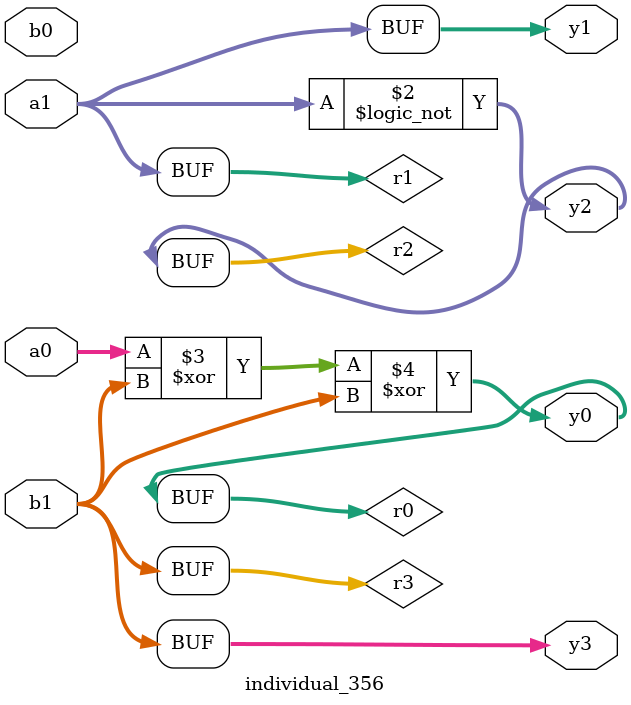
<source format=sv>
module individual_356(input logic [15:0] a1, input logic [15:0] a0, input logic [15:0] b1, input logic [15:0] b0, output logic [15:0] y3, output logic [15:0] y2, output logic [15:0] y1, output logic [15:0] y0);
logic [15:0] r0, r1, r2, r3; 
 always@(*) begin 
	 r0 = a0; r1 = a1; r2 = b0; r3 = b1; 
 	 r2 = ! r1 ;
 	 r0  ^=  b1 ;
 	 r0  ^=  b1 ;
 	 y3 = r3; y2 = r2; y1 = r1; y0 = r0; 
end
endmodule
</source>
